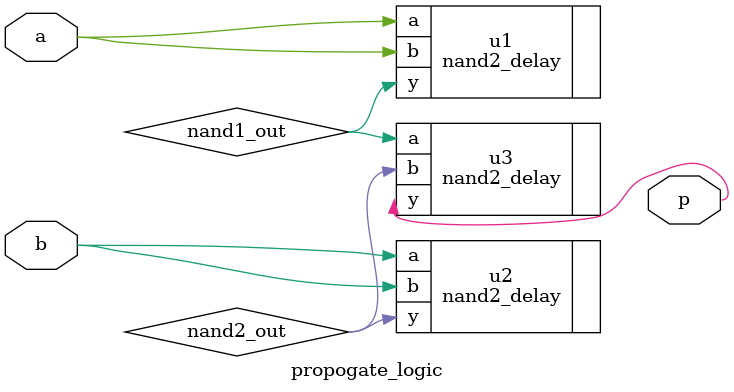
<source format=sv>
module propogate_logic (
    input logic a,
    input logic b,
    output logic p
);

    logic nand1_out;  
    logic nand2_out;  

nand2_delay u1 (
	.a(a), 
	.b(a), 
	.y(nand1_out)
	); 

nand2_delay u2 (
	.a(b), 
	.b(b), 
	.y(nand2_out)
	); 

nand2_delay u3 (
	.a(nand1_out), 
	.b(nand2_out), 
	.y(p)
	); 
endmodule

</source>
